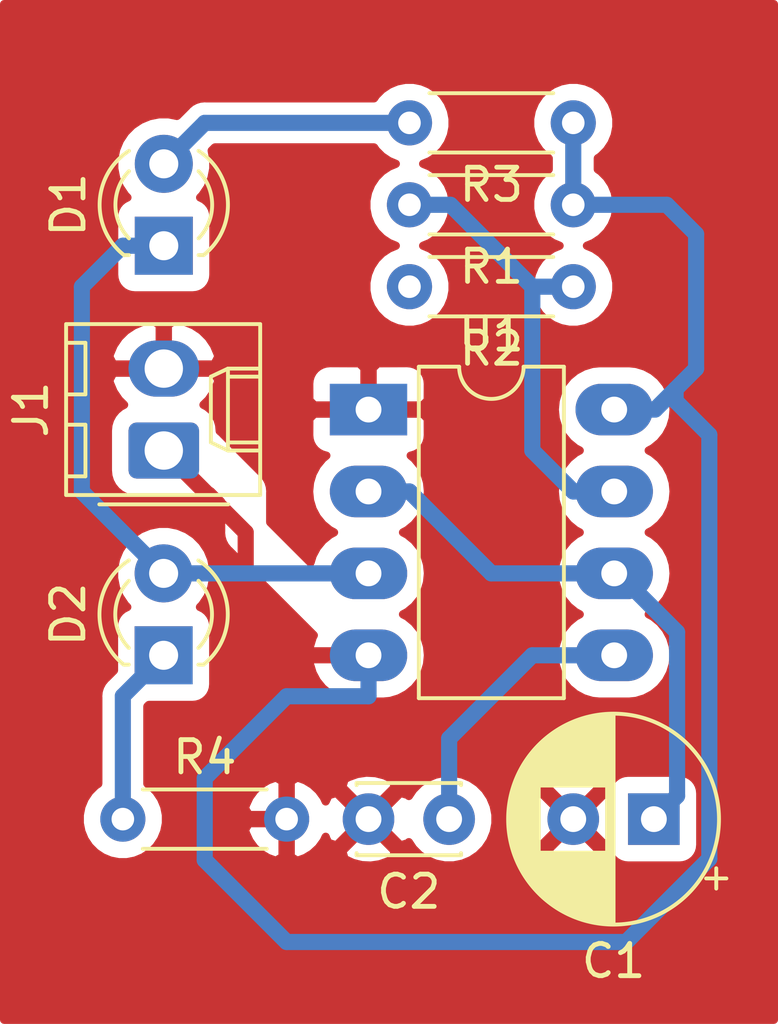
<source format=kicad_pcb>
(kicad_pcb (version 20171130) (host pcbnew "(5.1.9)-1")

  (general
    (thickness 1.6)
    (drawings 6)
    (tracks 47)
    (zones 0)
    (modules 10)
    (nets 9)
  )

  (page A4)
  (layers
    (0 F.Cu signal)
    (31 B.Cu signal)
    (32 B.Adhes user)
    (33 F.Adhes user)
    (34 B.Paste user)
    (35 F.Paste user)
    (36 B.SilkS user)
    (37 F.SilkS user)
    (38 B.Mask user)
    (39 F.Mask user)
    (40 Dwgs.User user)
    (41 Cmts.User user)
    (42 Eco1.User user)
    (43 Eco2.User user)
    (44 Edge.Cuts user)
    (45 Margin user)
    (46 B.CrtYd user)
    (47 F.CrtYd user)
    (48 B.Fab user)
    (49 F.Fab user)
  )

  (setup
    (last_trace_width 0.25)
    (trace_clearance 0.5)
    (zone_clearance 0.508)
    (zone_45_only no)
    (trace_min 0.2)
    (via_size 0.8)
    (via_drill 0.4)
    (via_min_size 0.4)
    (via_min_drill 0.3)
    (uvia_size 0.3)
    (uvia_drill 0.1)
    (uvias_allowed no)
    (uvia_min_size 0.2)
    (uvia_min_drill 0.1)
    (edge_width 0.05)
    (segment_width 0.2)
    (pcb_text_width 0.3)
    (pcb_text_size 1.5 1.5)
    (mod_edge_width 0.12)
    (mod_text_size 1 1)
    (mod_text_width 0.15)
    (pad_size 1.524 1.524)
    (pad_drill 0.762)
    (pad_to_mask_clearance 0)
    (aux_axis_origin 0 0)
    (visible_elements FFFFFF7F)
    (pcbplotparams
      (layerselection 0x010fc_ffffffff)
      (usegerberextensions false)
      (usegerberattributes true)
      (usegerberadvancedattributes true)
      (creategerberjobfile true)
      (excludeedgelayer true)
      (linewidth 0.100000)
      (plotframeref false)
      (viasonmask false)
      (mode 1)
      (useauxorigin false)
      (hpglpennumber 1)
      (hpglpenspeed 20)
      (hpglpendiameter 15.000000)
      (psnegative false)
      (psa4output false)
      (plotreference true)
      (plotvalue true)
      (plotinvisibletext false)
      (padsonsilk false)
      (subtractmaskfromsilk false)
      (outputformat 1)
      (mirror false)
      (drillshape 1)
      (scaleselection 1)
      (outputdirectory ""))
  )

  (net 0 "")
  (net 1 "Net-(C1-Pad1)")
  (net 2 GND)
  (net 3 "Net-(C2-Pad1)")
  (net 4 "Net-(D1-Pad1)")
  (net 5 "Net-(D1-Pad2)")
  (net 6 "Net-(D2-Pad1)")
  (net 7 +5V)
  (net 8 "Net-(R1-Pad2)")

  (net_class Default "This is the default net class."
    (clearance 0.5)
    (trace_width 0.25)
    (via_dia 0.8)
    (via_drill 0.4)
    (uvia_dia 0.3)
    (uvia_drill 0.1)
    (add_net +5V)
    (add_net GND)
    (add_net "Net-(C1-Pad1)")
    (add_net "Net-(C2-Pad1)")
    (add_net "Net-(D1-Pad1)")
    (add_net "Net-(D1-Pad2)")
    (add_net "Net-(D2-Pad1)")
    (add_net "Net-(R1-Pad2)")
  )

  (module Resistor_THT:R_Axial_DIN0204_L3.6mm_D1.6mm_P5.08mm_Horizontal (layer F.Cu) (tedit 5AE5139B) (tstamp 60149EE2)
    (at 139.7 80.01 180)
    (descr "Resistor, Axial_DIN0204 series, Axial, Horizontal, pin pitch=5.08mm, 0.167W, length*diameter=3.6*1.6mm^2, http://cdn-reichelt.de/documents/datenblatt/B400/1_4W%23YAG.pdf")
    (tags "Resistor Axial_DIN0204 series Axial Horizontal pin pitch 5.08mm 0.167W length 3.6mm diameter 1.6mm")
    (path /601399CB)
    (fp_text reference R3 (at 2.54 -1.92) (layer F.SilkS)
      (effects (font (size 1 1) (thickness 0.15)))
    )
    (fp_text value 330 (at 2.54 1.92) (layer F.Fab)
      (effects (font (size 1 1) (thickness 0.15)))
    )
    (fp_line (start 6.03 -1.05) (end -0.95 -1.05) (layer F.CrtYd) (width 0.05))
    (fp_line (start 6.03 1.05) (end 6.03 -1.05) (layer F.CrtYd) (width 0.05))
    (fp_line (start -0.95 1.05) (end 6.03 1.05) (layer F.CrtYd) (width 0.05))
    (fp_line (start -0.95 -1.05) (end -0.95 1.05) (layer F.CrtYd) (width 0.05))
    (fp_line (start 0.62 0.92) (end 4.46 0.92) (layer F.SilkS) (width 0.12))
    (fp_line (start 0.62 -0.92) (end 4.46 -0.92) (layer F.SilkS) (width 0.12))
    (fp_line (start 5.08 0) (end 4.34 0) (layer F.Fab) (width 0.1))
    (fp_line (start 0 0) (end 0.74 0) (layer F.Fab) (width 0.1))
    (fp_line (start 4.34 -0.8) (end 0.74 -0.8) (layer F.Fab) (width 0.1))
    (fp_line (start 4.34 0.8) (end 4.34 -0.8) (layer F.Fab) (width 0.1))
    (fp_line (start 0.74 0.8) (end 4.34 0.8) (layer F.Fab) (width 0.1))
    (fp_line (start 0.74 -0.8) (end 0.74 0.8) (layer F.Fab) (width 0.1))
    (fp_text user %R (at 2.54 0) (layer F.Fab)
      (effects (font (size 0.72 0.72) (thickness 0.108)))
    )
    (pad 1 thru_hole circle (at 0 0 180) (size 1.4 1.4) (drill 0.7) (layers *.Cu *.Mask)
      (net 7 +5V))
    (pad 2 thru_hole oval (at 5.08 0 180) (size 1.4 1.4) (drill 0.7) (layers *.Cu *.Mask)
      (net 5 "Net-(D1-Pad2)"))
    (model ${KISYS3DMOD}/Resistor_THT.3dshapes/R_Axial_DIN0204_L3.6mm_D1.6mm_P5.08mm_Horizontal.wrl
      (at (xyz 0 0 0))
      (scale (xyz 1 1 1))
      (rotate (xyz 0 0 0))
    )
  )

  (module Capacitor_THT:CP_Radial_D6.3mm_P2.50mm (layer F.Cu) (tedit 5AE50EF0) (tstamp 60149E4A)
    (at 142.2 101.6 180)
    (descr "CP, Radial series, Radial, pin pitch=2.50mm, , diameter=6.3mm, Electrolytic Capacitor")
    (tags "CP Radial series Radial pin pitch 2.50mm  diameter 6.3mm Electrolytic Capacitor")
    (path /6013C98C)
    (fp_text reference C1 (at 1.25 -4.4) (layer F.SilkS)
      (effects (font (size 1 1) (thickness 0.15)))
    )
    (fp_text value 1uF (at 1.25 4.4) (layer F.Fab)
      (effects (font (size 1 1) (thickness 0.15)))
    )
    (fp_line (start -1.935241 -2.154) (end -1.935241 -1.524) (layer F.SilkS) (width 0.12))
    (fp_line (start -2.250241 -1.839) (end -1.620241 -1.839) (layer F.SilkS) (width 0.12))
    (fp_line (start 4.491 -0.402) (end 4.491 0.402) (layer F.SilkS) (width 0.12))
    (fp_line (start 4.451 -0.633) (end 4.451 0.633) (layer F.SilkS) (width 0.12))
    (fp_line (start 4.411 -0.802) (end 4.411 0.802) (layer F.SilkS) (width 0.12))
    (fp_line (start 4.371 -0.94) (end 4.371 0.94) (layer F.SilkS) (width 0.12))
    (fp_line (start 4.331 -1.059) (end 4.331 1.059) (layer F.SilkS) (width 0.12))
    (fp_line (start 4.291 -1.165) (end 4.291 1.165) (layer F.SilkS) (width 0.12))
    (fp_line (start 4.251 -1.262) (end 4.251 1.262) (layer F.SilkS) (width 0.12))
    (fp_line (start 4.211 -1.35) (end 4.211 1.35) (layer F.SilkS) (width 0.12))
    (fp_line (start 4.171 -1.432) (end 4.171 1.432) (layer F.SilkS) (width 0.12))
    (fp_line (start 4.131 -1.509) (end 4.131 1.509) (layer F.SilkS) (width 0.12))
    (fp_line (start 4.091 -1.581) (end 4.091 1.581) (layer F.SilkS) (width 0.12))
    (fp_line (start 4.051 -1.65) (end 4.051 1.65) (layer F.SilkS) (width 0.12))
    (fp_line (start 4.011 -1.714) (end 4.011 1.714) (layer F.SilkS) (width 0.12))
    (fp_line (start 3.971 -1.776) (end 3.971 1.776) (layer F.SilkS) (width 0.12))
    (fp_line (start 3.931 -1.834) (end 3.931 1.834) (layer F.SilkS) (width 0.12))
    (fp_line (start 3.891 -1.89) (end 3.891 1.89) (layer F.SilkS) (width 0.12))
    (fp_line (start 3.851 -1.944) (end 3.851 1.944) (layer F.SilkS) (width 0.12))
    (fp_line (start 3.811 -1.995) (end 3.811 1.995) (layer F.SilkS) (width 0.12))
    (fp_line (start 3.771 -2.044) (end 3.771 2.044) (layer F.SilkS) (width 0.12))
    (fp_line (start 3.731 -2.092) (end 3.731 2.092) (layer F.SilkS) (width 0.12))
    (fp_line (start 3.691 -2.137) (end 3.691 2.137) (layer F.SilkS) (width 0.12))
    (fp_line (start 3.651 -2.182) (end 3.651 2.182) (layer F.SilkS) (width 0.12))
    (fp_line (start 3.611 -2.224) (end 3.611 2.224) (layer F.SilkS) (width 0.12))
    (fp_line (start 3.571 -2.265) (end 3.571 2.265) (layer F.SilkS) (width 0.12))
    (fp_line (start 3.531 1.04) (end 3.531 2.305) (layer F.SilkS) (width 0.12))
    (fp_line (start 3.531 -2.305) (end 3.531 -1.04) (layer F.SilkS) (width 0.12))
    (fp_line (start 3.491 1.04) (end 3.491 2.343) (layer F.SilkS) (width 0.12))
    (fp_line (start 3.491 -2.343) (end 3.491 -1.04) (layer F.SilkS) (width 0.12))
    (fp_line (start 3.451 1.04) (end 3.451 2.38) (layer F.SilkS) (width 0.12))
    (fp_line (start 3.451 -2.38) (end 3.451 -1.04) (layer F.SilkS) (width 0.12))
    (fp_line (start 3.411 1.04) (end 3.411 2.416) (layer F.SilkS) (width 0.12))
    (fp_line (start 3.411 -2.416) (end 3.411 -1.04) (layer F.SilkS) (width 0.12))
    (fp_line (start 3.371 1.04) (end 3.371 2.45) (layer F.SilkS) (width 0.12))
    (fp_line (start 3.371 -2.45) (end 3.371 -1.04) (layer F.SilkS) (width 0.12))
    (fp_line (start 3.331 1.04) (end 3.331 2.484) (layer F.SilkS) (width 0.12))
    (fp_line (start 3.331 -2.484) (end 3.331 -1.04) (layer F.SilkS) (width 0.12))
    (fp_line (start 3.291 1.04) (end 3.291 2.516) (layer F.SilkS) (width 0.12))
    (fp_line (start 3.291 -2.516) (end 3.291 -1.04) (layer F.SilkS) (width 0.12))
    (fp_line (start 3.251 1.04) (end 3.251 2.548) (layer F.SilkS) (width 0.12))
    (fp_line (start 3.251 -2.548) (end 3.251 -1.04) (layer F.SilkS) (width 0.12))
    (fp_line (start 3.211 1.04) (end 3.211 2.578) (layer F.SilkS) (width 0.12))
    (fp_line (start 3.211 -2.578) (end 3.211 -1.04) (layer F.SilkS) (width 0.12))
    (fp_line (start 3.171 1.04) (end 3.171 2.607) (layer F.SilkS) (width 0.12))
    (fp_line (start 3.171 -2.607) (end 3.171 -1.04) (layer F.SilkS) (width 0.12))
    (fp_line (start 3.131 1.04) (end 3.131 2.636) (layer F.SilkS) (width 0.12))
    (fp_line (start 3.131 -2.636) (end 3.131 -1.04) (layer F.SilkS) (width 0.12))
    (fp_line (start 3.091 1.04) (end 3.091 2.664) (layer F.SilkS) (width 0.12))
    (fp_line (start 3.091 -2.664) (end 3.091 -1.04) (layer F.SilkS) (width 0.12))
    (fp_line (start 3.051 1.04) (end 3.051 2.69) (layer F.SilkS) (width 0.12))
    (fp_line (start 3.051 -2.69) (end 3.051 -1.04) (layer F.SilkS) (width 0.12))
    (fp_line (start 3.011 1.04) (end 3.011 2.716) (layer F.SilkS) (width 0.12))
    (fp_line (start 3.011 -2.716) (end 3.011 -1.04) (layer F.SilkS) (width 0.12))
    (fp_line (start 2.971 1.04) (end 2.971 2.742) (layer F.SilkS) (width 0.12))
    (fp_line (start 2.971 -2.742) (end 2.971 -1.04) (layer F.SilkS) (width 0.12))
    (fp_line (start 2.931 1.04) (end 2.931 2.766) (layer F.SilkS) (width 0.12))
    (fp_line (start 2.931 -2.766) (end 2.931 -1.04) (layer F.SilkS) (width 0.12))
    (fp_line (start 2.891 1.04) (end 2.891 2.79) (layer F.SilkS) (width 0.12))
    (fp_line (start 2.891 -2.79) (end 2.891 -1.04) (layer F.SilkS) (width 0.12))
    (fp_line (start 2.851 1.04) (end 2.851 2.812) (layer F.SilkS) (width 0.12))
    (fp_line (start 2.851 -2.812) (end 2.851 -1.04) (layer F.SilkS) (width 0.12))
    (fp_line (start 2.811 1.04) (end 2.811 2.834) (layer F.SilkS) (width 0.12))
    (fp_line (start 2.811 -2.834) (end 2.811 -1.04) (layer F.SilkS) (width 0.12))
    (fp_line (start 2.771 1.04) (end 2.771 2.856) (layer F.SilkS) (width 0.12))
    (fp_line (start 2.771 -2.856) (end 2.771 -1.04) (layer F.SilkS) (width 0.12))
    (fp_line (start 2.731 1.04) (end 2.731 2.876) (layer F.SilkS) (width 0.12))
    (fp_line (start 2.731 -2.876) (end 2.731 -1.04) (layer F.SilkS) (width 0.12))
    (fp_line (start 2.691 1.04) (end 2.691 2.896) (layer F.SilkS) (width 0.12))
    (fp_line (start 2.691 -2.896) (end 2.691 -1.04) (layer F.SilkS) (width 0.12))
    (fp_line (start 2.651 1.04) (end 2.651 2.916) (layer F.SilkS) (width 0.12))
    (fp_line (start 2.651 -2.916) (end 2.651 -1.04) (layer F.SilkS) (width 0.12))
    (fp_line (start 2.611 1.04) (end 2.611 2.934) (layer F.SilkS) (width 0.12))
    (fp_line (start 2.611 -2.934) (end 2.611 -1.04) (layer F.SilkS) (width 0.12))
    (fp_line (start 2.571 1.04) (end 2.571 2.952) (layer F.SilkS) (width 0.12))
    (fp_line (start 2.571 -2.952) (end 2.571 -1.04) (layer F.SilkS) (width 0.12))
    (fp_line (start 2.531 1.04) (end 2.531 2.97) (layer F.SilkS) (width 0.12))
    (fp_line (start 2.531 -2.97) (end 2.531 -1.04) (layer F.SilkS) (width 0.12))
    (fp_line (start 2.491 1.04) (end 2.491 2.986) (layer F.SilkS) (width 0.12))
    (fp_line (start 2.491 -2.986) (end 2.491 -1.04) (layer F.SilkS) (width 0.12))
    (fp_line (start 2.451 1.04) (end 2.451 3.002) (layer F.SilkS) (width 0.12))
    (fp_line (start 2.451 -3.002) (end 2.451 -1.04) (layer F.SilkS) (width 0.12))
    (fp_line (start 2.411 1.04) (end 2.411 3.018) (layer F.SilkS) (width 0.12))
    (fp_line (start 2.411 -3.018) (end 2.411 -1.04) (layer F.SilkS) (width 0.12))
    (fp_line (start 2.371 1.04) (end 2.371 3.033) (layer F.SilkS) (width 0.12))
    (fp_line (start 2.371 -3.033) (end 2.371 -1.04) (layer F.SilkS) (width 0.12))
    (fp_line (start 2.331 1.04) (end 2.331 3.047) (layer F.SilkS) (width 0.12))
    (fp_line (start 2.331 -3.047) (end 2.331 -1.04) (layer F.SilkS) (width 0.12))
    (fp_line (start 2.291 1.04) (end 2.291 3.061) (layer F.SilkS) (width 0.12))
    (fp_line (start 2.291 -3.061) (end 2.291 -1.04) (layer F.SilkS) (width 0.12))
    (fp_line (start 2.251 1.04) (end 2.251 3.074) (layer F.SilkS) (width 0.12))
    (fp_line (start 2.251 -3.074) (end 2.251 -1.04) (layer F.SilkS) (width 0.12))
    (fp_line (start 2.211 1.04) (end 2.211 3.086) (layer F.SilkS) (width 0.12))
    (fp_line (start 2.211 -3.086) (end 2.211 -1.04) (layer F.SilkS) (width 0.12))
    (fp_line (start 2.171 1.04) (end 2.171 3.098) (layer F.SilkS) (width 0.12))
    (fp_line (start 2.171 -3.098) (end 2.171 -1.04) (layer F.SilkS) (width 0.12))
    (fp_line (start 2.131 1.04) (end 2.131 3.11) (layer F.SilkS) (width 0.12))
    (fp_line (start 2.131 -3.11) (end 2.131 -1.04) (layer F.SilkS) (width 0.12))
    (fp_line (start 2.091 1.04) (end 2.091 3.121) (layer F.SilkS) (width 0.12))
    (fp_line (start 2.091 -3.121) (end 2.091 -1.04) (layer F.SilkS) (width 0.12))
    (fp_line (start 2.051 1.04) (end 2.051 3.131) (layer F.SilkS) (width 0.12))
    (fp_line (start 2.051 -3.131) (end 2.051 -1.04) (layer F.SilkS) (width 0.12))
    (fp_line (start 2.011 1.04) (end 2.011 3.141) (layer F.SilkS) (width 0.12))
    (fp_line (start 2.011 -3.141) (end 2.011 -1.04) (layer F.SilkS) (width 0.12))
    (fp_line (start 1.971 1.04) (end 1.971 3.15) (layer F.SilkS) (width 0.12))
    (fp_line (start 1.971 -3.15) (end 1.971 -1.04) (layer F.SilkS) (width 0.12))
    (fp_line (start 1.93 1.04) (end 1.93 3.159) (layer F.SilkS) (width 0.12))
    (fp_line (start 1.93 -3.159) (end 1.93 -1.04) (layer F.SilkS) (width 0.12))
    (fp_line (start 1.89 1.04) (end 1.89 3.167) (layer F.SilkS) (width 0.12))
    (fp_line (start 1.89 -3.167) (end 1.89 -1.04) (layer F.SilkS) (width 0.12))
    (fp_line (start 1.85 1.04) (end 1.85 3.175) (layer F.SilkS) (width 0.12))
    (fp_line (start 1.85 -3.175) (end 1.85 -1.04) (layer F.SilkS) (width 0.12))
    (fp_line (start 1.81 1.04) (end 1.81 3.182) (layer F.SilkS) (width 0.12))
    (fp_line (start 1.81 -3.182) (end 1.81 -1.04) (layer F.SilkS) (width 0.12))
    (fp_line (start 1.77 1.04) (end 1.77 3.189) (layer F.SilkS) (width 0.12))
    (fp_line (start 1.77 -3.189) (end 1.77 -1.04) (layer F.SilkS) (width 0.12))
    (fp_line (start 1.73 1.04) (end 1.73 3.195) (layer F.SilkS) (width 0.12))
    (fp_line (start 1.73 -3.195) (end 1.73 -1.04) (layer F.SilkS) (width 0.12))
    (fp_line (start 1.69 1.04) (end 1.69 3.201) (layer F.SilkS) (width 0.12))
    (fp_line (start 1.69 -3.201) (end 1.69 -1.04) (layer F.SilkS) (width 0.12))
    (fp_line (start 1.65 1.04) (end 1.65 3.206) (layer F.SilkS) (width 0.12))
    (fp_line (start 1.65 -3.206) (end 1.65 -1.04) (layer F.SilkS) (width 0.12))
    (fp_line (start 1.61 1.04) (end 1.61 3.211) (layer F.SilkS) (width 0.12))
    (fp_line (start 1.61 -3.211) (end 1.61 -1.04) (layer F.SilkS) (width 0.12))
    (fp_line (start 1.57 1.04) (end 1.57 3.215) (layer F.SilkS) (width 0.12))
    (fp_line (start 1.57 -3.215) (end 1.57 -1.04) (layer F.SilkS) (width 0.12))
    (fp_line (start 1.53 1.04) (end 1.53 3.218) (layer F.SilkS) (width 0.12))
    (fp_line (start 1.53 -3.218) (end 1.53 -1.04) (layer F.SilkS) (width 0.12))
    (fp_line (start 1.49 1.04) (end 1.49 3.222) (layer F.SilkS) (width 0.12))
    (fp_line (start 1.49 -3.222) (end 1.49 -1.04) (layer F.SilkS) (width 0.12))
    (fp_line (start 1.45 -3.224) (end 1.45 3.224) (layer F.SilkS) (width 0.12))
    (fp_line (start 1.41 -3.227) (end 1.41 3.227) (layer F.SilkS) (width 0.12))
    (fp_line (start 1.37 -3.228) (end 1.37 3.228) (layer F.SilkS) (width 0.12))
    (fp_line (start 1.33 -3.23) (end 1.33 3.23) (layer F.SilkS) (width 0.12))
    (fp_line (start 1.29 -3.23) (end 1.29 3.23) (layer F.SilkS) (width 0.12))
    (fp_line (start 1.25 -3.23) (end 1.25 3.23) (layer F.SilkS) (width 0.12))
    (fp_line (start -1.128972 -1.6885) (end -1.128972 -1.0585) (layer F.Fab) (width 0.1))
    (fp_line (start -1.443972 -1.3735) (end -0.813972 -1.3735) (layer F.Fab) (width 0.1))
    (fp_circle (center 1.25 0) (end 4.65 0) (layer F.CrtYd) (width 0.05))
    (fp_circle (center 1.25 0) (end 4.52 0) (layer F.SilkS) (width 0.12))
    (fp_circle (center 1.25 0) (end 4.4 0) (layer F.Fab) (width 0.1))
    (fp_text user %R (at 1.25 0) (layer F.Fab)
      (effects (font (size 1 1) (thickness 0.15)))
    )
    (pad 1 thru_hole rect (at 0 0 180) (size 1.6 1.6) (drill 0.8) (layers *.Cu *.Mask)
      (net 1 "Net-(C1-Pad1)"))
    (pad 2 thru_hole circle (at 2.5 0 180) (size 1.6 1.6) (drill 0.8) (layers *.Cu *.Mask)
      (net 2 GND))
    (model ${KISYS3DMOD}/Capacitor_THT.3dshapes/CP_Radial_D6.3mm_P2.50mm.wrl
      (at (xyz 0 0 0))
      (scale (xyz 1 1 1))
      (rotate (xyz 0 0 0))
    )
  )

  (module Capacitor_THT:C_Disc_D3.0mm_W2.0mm_P2.50mm (layer F.Cu) (tedit 5AE50EF0) (tstamp 60149E5F)
    (at 135.85 101.6 180)
    (descr "C, Disc series, Radial, pin pitch=2.50mm, , diameter*width=3*2mm^2, Capacitor")
    (tags "C Disc series Radial pin pitch 2.50mm  diameter 3mm width 2mm Capacitor")
    (path /60159028)
    (fp_text reference C2 (at 1.25 -2.25) (layer F.SilkS)
      (effects (font (size 1 1) (thickness 0.15)))
    )
    (fp_text value 0.1uF (at 1.25 2.25) (layer F.Fab)
      (effects (font (size 1 1) (thickness 0.15)))
    )
    (fp_line (start 3.55 -1.25) (end -1.05 -1.25) (layer F.CrtYd) (width 0.05))
    (fp_line (start 3.55 1.25) (end 3.55 -1.25) (layer F.CrtYd) (width 0.05))
    (fp_line (start -1.05 1.25) (end 3.55 1.25) (layer F.CrtYd) (width 0.05))
    (fp_line (start -1.05 -1.25) (end -1.05 1.25) (layer F.CrtYd) (width 0.05))
    (fp_line (start 2.87 1.055) (end 2.87 1.12) (layer F.SilkS) (width 0.12))
    (fp_line (start 2.87 -1.12) (end 2.87 -1.055) (layer F.SilkS) (width 0.12))
    (fp_line (start -0.37 1.055) (end -0.37 1.12) (layer F.SilkS) (width 0.12))
    (fp_line (start -0.37 -1.12) (end -0.37 -1.055) (layer F.SilkS) (width 0.12))
    (fp_line (start -0.37 1.12) (end 2.87 1.12) (layer F.SilkS) (width 0.12))
    (fp_line (start -0.37 -1.12) (end 2.87 -1.12) (layer F.SilkS) (width 0.12))
    (fp_line (start 2.75 -1) (end -0.25 -1) (layer F.Fab) (width 0.1))
    (fp_line (start 2.75 1) (end 2.75 -1) (layer F.Fab) (width 0.1))
    (fp_line (start -0.25 1) (end 2.75 1) (layer F.Fab) (width 0.1))
    (fp_line (start -0.25 -1) (end -0.25 1) (layer F.Fab) (width 0.1))
    (fp_text user %R (at 1.25 0) (layer F.Fab)
      (effects (font (size 0.6 0.6) (thickness 0.09)))
    )
    (pad 1 thru_hole circle (at 0 0 180) (size 1.6 1.6) (drill 0.8) (layers *.Cu *.Mask)
      (net 3 "Net-(C2-Pad1)"))
    (pad 2 thru_hole circle (at 2.5 0 180) (size 1.6 1.6) (drill 0.8) (layers *.Cu *.Mask)
      (net 2 GND))
    (model ${KISYS3DMOD}/Capacitor_THT.3dshapes/C_Disc_D3.0mm_W2.0mm_P2.50mm.wrl
      (at (xyz 0 0 0))
      (scale (xyz 1 1 1))
      (rotate (xyz 0 0 0))
    )
  )

  (module LED_THT:LED_D3.0mm (layer F.Cu) (tedit 587A3A7B) (tstamp 60149E72)
    (at 127 83.82 90)
    (descr "LED, diameter 3.0mm, 2 pins")
    (tags "LED diameter 3.0mm 2 pins")
    (path /6013A480)
    (fp_text reference D1 (at 1.27 -2.96 90) (layer F.SilkS)
      (effects (font (size 1 1) (thickness 0.15)))
    )
    (fp_text value LED (at 1.27 2.96 90) (layer F.Fab)
      (effects (font (size 1 1) (thickness 0.15)))
    )
    (fp_line (start 3.7 -2.25) (end -1.15 -2.25) (layer F.CrtYd) (width 0.05))
    (fp_line (start 3.7 2.25) (end 3.7 -2.25) (layer F.CrtYd) (width 0.05))
    (fp_line (start -1.15 2.25) (end 3.7 2.25) (layer F.CrtYd) (width 0.05))
    (fp_line (start -1.15 -2.25) (end -1.15 2.25) (layer F.CrtYd) (width 0.05))
    (fp_line (start -0.29 1.08) (end -0.29 1.236) (layer F.SilkS) (width 0.12))
    (fp_line (start -0.29 -1.236) (end -0.29 -1.08) (layer F.SilkS) (width 0.12))
    (fp_line (start -0.23 -1.16619) (end -0.23 1.16619) (layer F.Fab) (width 0.1))
    (fp_circle (center 1.27 0) (end 2.77 0) (layer F.Fab) (width 0.1))
    (fp_arc (start 1.27 0) (end -0.23 -1.16619) (angle 284.3) (layer F.Fab) (width 0.1))
    (fp_arc (start 1.27 0) (end -0.29 -1.235516) (angle 108.8) (layer F.SilkS) (width 0.12))
    (fp_arc (start 1.27 0) (end -0.29 1.235516) (angle -108.8) (layer F.SilkS) (width 0.12))
    (fp_arc (start 1.27 0) (end 0.229039 -1.08) (angle 87.9) (layer F.SilkS) (width 0.12))
    (fp_arc (start 1.27 0) (end 0.229039 1.08) (angle -87.9) (layer F.SilkS) (width 0.12))
    (pad 1 thru_hole rect (at 0 0 90) (size 1.8 1.8) (drill 0.9) (layers *.Cu *.Mask)
      (net 4 "Net-(D1-Pad1)"))
    (pad 2 thru_hole circle (at 2.54 0 90) (size 1.8 1.8) (drill 0.9) (layers *.Cu *.Mask)
      (net 5 "Net-(D1-Pad2)"))
    (model ${KISYS3DMOD}/LED_THT.3dshapes/LED_D3.0mm.wrl
      (at (xyz 0 0 0))
      (scale (xyz 1 1 1))
      (rotate (xyz 0 0 0))
    )
  )

  (module LED_THT:LED_D3.0mm (layer F.Cu) (tedit 587A3A7B) (tstamp 60149E85)
    (at 126.995001 96.52 90)
    (descr "LED, diameter 3.0mm, 2 pins")
    (tags "LED diameter 3.0mm 2 pins")
    (path /60143293)
    (fp_text reference D2 (at 1.27 -2.96 90) (layer F.SilkS)
      (effects (font (size 1 1) (thickness 0.15)))
    )
    (fp_text value LED (at 1.27 2.96 90) (layer F.Fab)
      (effects (font (size 1 1) (thickness 0.15)))
    )
    (fp_arc (start 1.27 0) (end 0.229039 1.08) (angle -87.9) (layer F.SilkS) (width 0.12))
    (fp_arc (start 1.27 0) (end 0.229039 -1.08) (angle 87.9) (layer F.SilkS) (width 0.12))
    (fp_arc (start 1.27 0) (end -0.29 1.235516) (angle -108.8) (layer F.SilkS) (width 0.12))
    (fp_arc (start 1.27 0) (end -0.29 -1.235516) (angle 108.8) (layer F.SilkS) (width 0.12))
    (fp_arc (start 1.27 0) (end -0.23 -1.16619) (angle 284.3) (layer F.Fab) (width 0.1))
    (fp_circle (center 1.27 0) (end 2.77 0) (layer F.Fab) (width 0.1))
    (fp_line (start -0.23 -1.16619) (end -0.23 1.16619) (layer F.Fab) (width 0.1))
    (fp_line (start -0.29 -1.236) (end -0.29 -1.08) (layer F.SilkS) (width 0.12))
    (fp_line (start -0.29 1.08) (end -0.29 1.236) (layer F.SilkS) (width 0.12))
    (fp_line (start -1.15 -2.25) (end -1.15 2.25) (layer F.CrtYd) (width 0.05))
    (fp_line (start -1.15 2.25) (end 3.7 2.25) (layer F.CrtYd) (width 0.05))
    (fp_line (start 3.7 2.25) (end 3.7 -2.25) (layer F.CrtYd) (width 0.05))
    (fp_line (start 3.7 -2.25) (end -1.15 -2.25) (layer F.CrtYd) (width 0.05))
    (pad 2 thru_hole circle (at 2.54 0 90) (size 1.8 1.8) (drill 0.9) (layers *.Cu *.Mask)
      (net 4 "Net-(D1-Pad1)"))
    (pad 1 thru_hole rect (at 0 0 90) (size 1.8 1.8) (drill 0.9) (layers *.Cu *.Mask)
      (net 6 "Net-(D2-Pad1)"))
    (model ${KISYS3DMOD}/LED_THT.3dshapes/LED_D3.0mm.wrl
      (at (xyz 0 0 0))
      (scale (xyz 1 1 1))
      (rotate (xyz 0 0 0))
    )
  )

  (module Connector_Molex:Molex_KK-254_AE-6410-02A_1x02_P2.54mm_Vertical (layer F.Cu) (tedit 5EA53D3B) (tstamp 60149EA9)
    (at 127 90.17 90)
    (descr "Molex KK-254 Interconnect System, old/engineering part number: AE-6410-02A example for new part number: 22-27-2021, 2 Pins (http://www.molex.com/pdm_docs/sd/022272021_sd.pdf), generated with kicad-footprint-generator")
    (tags "connector Molex KK-254 vertical")
    (path /6014DE49)
    (fp_text reference J1 (at 1.27 -4.12 90) (layer F.SilkS)
      (effects (font (size 1 1) (thickness 0.15)))
    )
    (fp_text value POWER (at 1.27 4.08 90) (layer F.Fab)
      (effects (font (size 1 1) (thickness 0.15)))
    )
    (fp_line (start 4.31 -3.42) (end -1.77 -3.42) (layer F.CrtYd) (width 0.05))
    (fp_line (start 4.31 3.38) (end 4.31 -3.42) (layer F.CrtYd) (width 0.05))
    (fp_line (start -1.77 3.38) (end 4.31 3.38) (layer F.CrtYd) (width 0.05))
    (fp_line (start -1.77 -3.42) (end -1.77 3.38) (layer F.CrtYd) (width 0.05))
    (fp_line (start 3.34 -2.43) (end 3.34 -3.03) (layer F.SilkS) (width 0.12))
    (fp_line (start 1.74 -2.43) (end 3.34 -2.43) (layer F.SilkS) (width 0.12))
    (fp_line (start 1.74 -3.03) (end 1.74 -2.43) (layer F.SilkS) (width 0.12))
    (fp_line (start 0.8 -2.43) (end 0.8 -3.03) (layer F.SilkS) (width 0.12))
    (fp_line (start -0.8 -2.43) (end 0.8 -2.43) (layer F.SilkS) (width 0.12))
    (fp_line (start -0.8 -3.03) (end -0.8 -2.43) (layer F.SilkS) (width 0.12))
    (fp_line (start 2.29 2.99) (end 2.29 1.99) (layer F.SilkS) (width 0.12))
    (fp_line (start 0.25 2.99) (end 0.25 1.99) (layer F.SilkS) (width 0.12))
    (fp_line (start 2.29 1.46) (end 2.54 1.99) (layer F.SilkS) (width 0.12))
    (fp_line (start 0.25 1.46) (end 2.29 1.46) (layer F.SilkS) (width 0.12))
    (fp_line (start 0 1.99) (end 0.25 1.46) (layer F.SilkS) (width 0.12))
    (fp_line (start 2.54 1.99) (end 2.54 2.99) (layer F.SilkS) (width 0.12))
    (fp_line (start 0 1.99) (end 2.54 1.99) (layer F.SilkS) (width 0.12))
    (fp_line (start 0 2.99) (end 0 1.99) (layer F.SilkS) (width 0.12))
    (fp_line (start -0.562893 0) (end -1.27 0.5) (layer F.Fab) (width 0.1))
    (fp_line (start -1.27 -0.5) (end -0.562893 0) (layer F.Fab) (width 0.1))
    (fp_line (start -1.67 -2) (end -1.67 2) (layer F.SilkS) (width 0.12))
    (fp_line (start 3.92 -3.03) (end -1.38 -3.03) (layer F.SilkS) (width 0.12))
    (fp_line (start 3.92 2.99) (end 3.92 -3.03) (layer F.SilkS) (width 0.12))
    (fp_line (start -1.38 2.99) (end 3.92 2.99) (layer F.SilkS) (width 0.12))
    (fp_line (start -1.38 -3.03) (end -1.38 2.99) (layer F.SilkS) (width 0.12))
    (fp_line (start 3.81 -2.92) (end -1.27 -2.92) (layer F.Fab) (width 0.1))
    (fp_line (start 3.81 2.88) (end 3.81 -2.92) (layer F.Fab) (width 0.1))
    (fp_line (start -1.27 2.88) (end 3.81 2.88) (layer F.Fab) (width 0.1))
    (fp_line (start -1.27 -2.92) (end -1.27 2.88) (layer F.Fab) (width 0.1))
    (fp_text user %R (at 1.27 -2.22 90) (layer F.Fab)
      (effects (font (size 1 1) (thickness 0.15)))
    )
    (pad 1 thru_hole roundrect (at 0 0 90) (size 1.74 2.19) (drill 1.19) (layers *.Cu *.Mask) (roundrect_rratio 0.143678)
      (net 7 +5V))
    (pad 2 thru_hole oval (at 2.54 0 90) (size 1.74 2.19) (drill 1.19) (layers *.Cu *.Mask)
      (net 2 GND))
    (model ${KISYS3DMOD}/Connector_Molex.3dshapes/Molex_KK-254_AE-6410-02A_1x02_P2.54mm_Vertical.wrl
      (at (xyz 0 0 0))
      (scale (xyz 1 1 1))
      (rotate (xyz 0 0 0))
    )
  )

  (module Resistor_THT:R_Axial_DIN0204_L3.6mm_D1.6mm_P5.08mm_Horizontal (layer F.Cu) (tedit 5AE5139B) (tstamp 60149EBC)
    (at 139.7 82.55 180)
    (descr "Resistor, Axial_DIN0204 series, Axial, Horizontal, pin pitch=5.08mm, 0.167W, length*diameter=3.6*1.6mm^2, http://cdn-reichelt.de/documents/datenblatt/B400/1_4W%23YAG.pdf")
    (tags "Resistor Axial_DIN0204 series Axial Horizontal pin pitch 5.08mm 0.167W length 3.6mm diameter 1.6mm")
    (path /6014545E)
    (fp_text reference R1 (at 2.54 -1.92) (layer F.SilkS)
      (effects (font (size 1 1) (thickness 0.15)))
    )
    (fp_text value 100K (at 2.54 1.92) (layer F.Fab)
      (effects (font (size 1 1) (thickness 0.15)))
    )
    (fp_text user %R (at 2.54 0) (layer F.Fab)
      (effects (font (size 0.72 0.72) (thickness 0.108)))
    )
    (fp_line (start 0.74 -0.8) (end 0.74 0.8) (layer F.Fab) (width 0.1))
    (fp_line (start 0.74 0.8) (end 4.34 0.8) (layer F.Fab) (width 0.1))
    (fp_line (start 4.34 0.8) (end 4.34 -0.8) (layer F.Fab) (width 0.1))
    (fp_line (start 4.34 -0.8) (end 0.74 -0.8) (layer F.Fab) (width 0.1))
    (fp_line (start 0 0) (end 0.74 0) (layer F.Fab) (width 0.1))
    (fp_line (start 5.08 0) (end 4.34 0) (layer F.Fab) (width 0.1))
    (fp_line (start 0.62 -0.92) (end 4.46 -0.92) (layer F.SilkS) (width 0.12))
    (fp_line (start 0.62 0.92) (end 4.46 0.92) (layer F.SilkS) (width 0.12))
    (fp_line (start -0.95 -1.05) (end -0.95 1.05) (layer F.CrtYd) (width 0.05))
    (fp_line (start -0.95 1.05) (end 6.03 1.05) (layer F.CrtYd) (width 0.05))
    (fp_line (start 6.03 1.05) (end 6.03 -1.05) (layer F.CrtYd) (width 0.05))
    (fp_line (start 6.03 -1.05) (end -0.95 -1.05) (layer F.CrtYd) (width 0.05))
    (pad 2 thru_hole oval (at 5.08 0 180) (size 1.4 1.4) (drill 0.7) (layers *.Cu *.Mask)
      (net 8 "Net-(R1-Pad2)"))
    (pad 1 thru_hole circle (at 0 0 180) (size 1.4 1.4) (drill 0.7) (layers *.Cu *.Mask)
      (net 7 +5V))
    (model ${KISYS3DMOD}/Resistor_THT.3dshapes/R_Axial_DIN0204_L3.6mm_D1.6mm_P5.08mm_Horizontal.wrl
      (at (xyz 0 0 0))
      (scale (xyz 1 1 1))
      (rotate (xyz 0 0 0))
    )
  )

  (module Resistor_THT:R_Axial_DIN0204_L3.6mm_D1.6mm_P5.08mm_Horizontal (layer F.Cu) (tedit 5AE5139B) (tstamp 60149ECF)
    (at 139.7 85.09 180)
    (descr "Resistor, Axial_DIN0204 series, Axial, Horizontal, pin pitch=5.08mm, 0.167W, length*diameter=3.6*1.6mm^2, http://cdn-reichelt.de/documents/datenblatt/B400/1_4W%23YAG.pdf")
    (tags "Resistor Axial_DIN0204 series Axial Horizontal pin pitch 5.08mm 0.167W length 3.6mm diameter 1.6mm")
    (path /601455E5)
    (fp_text reference R2 (at 2.54 -1.92) (layer F.SilkS)
      (effects (font (size 1 1) (thickness 0.15)))
    )
    (fp_text value 50K (at 2.54 1.92) (layer F.Fab)
      (effects (font (size 1 1) (thickness 0.15)))
    )
    (fp_text user %R (at 2.54 0) (layer F.Fab)
      (effects (font (size 0.72 0.72) (thickness 0.108)))
    )
    (fp_line (start 0.74 -0.8) (end 0.74 0.8) (layer F.Fab) (width 0.1))
    (fp_line (start 0.74 0.8) (end 4.34 0.8) (layer F.Fab) (width 0.1))
    (fp_line (start 4.34 0.8) (end 4.34 -0.8) (layer F.Fab) (width 0.1))
    (fp_line (start 4.34 -0.8) (end 0.74 -0.8) (layer F.Fab) (width 0.1))
    (fp_line (start 0 0) (end 0.74 0) (layer F.Fab) (width 0.1))
    (fp_line (start 5.08 0) (end 4.34 0) (layer F.Fab) (width 0.1))
    (fp_line (start 0.62 -0.92) (end 4.46 -0.92) (layer F.SilkS) (width 0.12))
    (fp_line (start 0.62 0.92) (end 4.46 0.92) (layer F.SilkS) (width 0.12))
    (fp_line (start -0.95 -1.05) (end -0.95 1.05) (layer F.CrtYd) (width 0.05))
    (fp_line (start -0.95 1.05) (end 6.03 1.05) (layer F.CrtYd) (width 0.05))
    (fp_line (start 6.03 1.05) (end 6.03 -1.05) (layer F.CrtYd) (width 0.05))
    (fp_line (start 6.03 -1.05) (end -0.95 -1.05) (layer F.CrtYd) (width 0.05))
    (pad 2 thru_hole oval (at 5.08 0 180) (size 1.4 1.4) (drill 0.7) (layers *.Cu *.Mask)
      (net 1 "Net-(C1-Pad1)"))
    (pad 1 thru_hole circle (at 0 0 180) (size 1.4 1.4) (drill 0.7) (layers *.Cu *.Mask)
      (net 8 "Net-(R1-Pad2)"))
    (model ${KISYS3DMOD}/Resistor_THT.3dshapes/R_Axial_DIN0204_L3.6mm_D1.6mm_P5.08mm_Horizontal.wrl
      (at (xyz 0 0 0))
      (scale (xyz 1 1 1))
      (rotate (xyz 0 0 0))
    )
  )

  (module Resistor_THT:R_Axial_DIN0204_L3.6mm_D1.6mm_P5.08mm_Horizontal (layer F.Cu) (tedit 5AE5139B) (tstamp 60149EF5)
    (at 125.73 101.6)
    (descr "Resistor, Axial_DIN0204 series, Axial, Horizontal, pin pitch=5.08mm, 0.167W, length*diameter=3.6*1.6mm^2, http://cdn-reichelt.de/documents/datenblatt/B400/1_4W%23YAG.pdf")
    (tags "Resistor Axial_DIN0204 series Axial Horizontal pin pitch 5.08mm 0.167W length 3.6mm diameter 1.6mm")
    (path /6014238C)
    (fp_text reference R4 (at 2.54 -1.92) (layer F.SilkS)
      (effects (font (size 1 1) (thickness 0.15)))
    )
    (fp_text value 330 (at 2.54 1.92) (layer F.Fab)
      (effects (font (size 1 1) (thickness 0.15)))
    )
    (fp_line (start 6.03 -1.05) (end -0.95 -1.05) (layer F.CrtYd) (width 0.05))
    (fp_line (start 6.03 1.05) (end 6.03 -1.05) (layer F.CrtYd) (width 0.05))
    (fp_line (start -0.95 1.05) (end 6.03 1.05) (layer F.CrtYd) (width 0.05))
    (fp_line (start -0.95 -1.05) (end -0.95 1.05) (layer F.CrtYd) (width 0.05))
    (fp_line (start 0.62 0.92) (end 4.46 0.92) (layer F.SilkS) (width 0.12))
    (fp_line (start 0.62 -0.92) (end 4.46 -0.92) (layer F.SilkS) (width 0.12))
    (fp_line (start 5.08 0) (end 4.34 0) (layer F.Fab) (width 0.1))
    (fp_line (start 0 0) (end 0.74 0) (layer F.Fab) (width 0.1))
    (fp_line (start 4.34 -0.8) (end 0.74 -0.8) (layer F.Fab) (width 0.1))
    (fp_line (start 4.34 0.8) (end 4.34 -0.8) (layer F.Fab) (width 0.1))
    (fp_line (start 0.74 0.8) (end 4.34 0.8) (layer F.Fab) (width 0.1))
    (fp_line (start 0.74 -0.8) (end 0.74 0.8) (layer F.Fab) (width 0.1))
    (fp_text user %R (at 2.54 0) (layer F.Fab)
      (effects (font (size 0.72 0.72) (thickness 0.108)))
    )
    (pad 1 thru_hole circle (at 0 0) (size 1.4 1.4) (drill 0.7) (layers *.Cu *.Mask)
      (net 6 "Net-(D2-Pad1)"))
    (pad 2 thru_hole oval (at 5.08 0) (size 1.4 1.4) (drill 0.7) (layers *.Cu *.Mask)
      (net 2 GND))
    (model ${KISYS3DMOD}/Resistor_THT.3dshapes/R_Axial_DIN0204_L3.6mm_D1.6mm_P5.08mm_Horizontal.wrl
      (at (xyz 0 0 0))
      (scale (xyz 1 1 1))
      (rotate (xyz 0 0 0))
    )
  )

  (module Package_DIP:DIP-8_W7.62mm_LongPads (layer F.Cu) (tedit 5A02E8C5) (tstamp 60149F11)
    (at 133.35 88.9)
    (descr "8-lead though-hole mounted DIP package, row spacing 7.62 mm (300 mils), LongPads")
    (tags "THT DIP DIL PDIP 2.54mm 7.62mm 300mil LongPads")
    (path /60137EA9)
    (fp_text reference U1 (at 3.81 -2.33) (layer F.SilkS)
      (effects (font (size 1 1) (thickness 0.15)))
    )
    (fp_text value NE555P (at 3.81 9.95) (layer F.Fab)
      (effects (font (size 1 1) (thickness 0.15)))
    )
    (fp_line (start 9.1 -1.55) (end -1.45 -1.55) (layer F.CrtYd) (width 0.05))
    (fp_line (start 9.1 9.15) (end 9.1 -1.55) (layer F.CrtYd) (width 0.05))
    (fp_line (start -1.45 9.15) (end 9.1 9.15) (layer F.CrtYd) (width 0.05))
    (fp_line (start -1.45 -1.55) (end -1.45 9.15) (layer F.CrtYd) (width 0.05))
    (fp_line (start 6.06 -1.33) (end 4.81 -1.33) (layer F.SilkS) (width 0.12))
    (fp_line (start 6.06 8.95) (end 6.06 -1.33) (layer F.SilkS) (width 0.12))
    (fp_line (start 1.56 8.95) (end 6.06 8.95) (layer F.SilkS) (width 0.12))
    (fp_line (start 1.56 -1.33) (end 1.56 8.95) (layer F.SilkS) (width 0.12))
    (fp_line (start 2.81 -1.33) (end 1.56 -1.33) (layer F.SilkS) (width 0.12))
    (fp_line (start 0.635 -0.27) (end 1.635 -1.27) (layer F.Fab) (width 0.1))
    (fp_line (start 0.635 8.89) (end 0.635 -0.27) (layer F.Fab) (width 0.1))
    (fp_line (start 6.985 8.89) (end 0.635 8.89) (layer F.Fab) (width 0.1))
    (fp_line (start 6.985 -1.27) (end 6.985 8.89) (layer F.Fab) (width 0.1))
    (fp_line (start 1.635 -1.27) (end 6.985 -1.27) (layer F.Fab) (width 0.1))
    (fp_arc (start 3.81 -1.33) (end 2.81 -1.33) (angle -180) (layer F.SilkS) (width 0.12))
    (fp_text user %R (at 3.81 3.81) (layer F.Fab)
      (effects (font (size 1 1) (thickness 0.15)))
    )
    (pad 1 thru_hole rect (at 0 0) (size 2.4 1.6) (drill 0.8) (layers *.Cu *.Mask)
      (net 2 GND))
    (pad 5 thru_hole oval (at 7.62 7.62) (size 2.4 1.6) (drill 0.8) (layers *.Cu *.Mask)
      (net 3 "Net-(C2-Pad1)"))
    (pad 2 thru_hole oval (at 0 2.54) (size 2.4 1.6) (drill 0.8) (layers *.Cu *.Mask)
      (net 1 "Net-(C1-Pad1)"))
    (pad 6 thru_hole oval (at 7.62 5.08) (size 2.4 1.6) (drill 0.8) (layers *.Cu *.Mask)
      (net 1 "Net-(C1-Pad1)"))
    (pad 3 thru_hole oval (at 0 5.08) (size 2.4 1.6) (drill 0.8) (layers *.Cu *.Mask)
      (net 4 "Net-(D1-Pad1)"))
    (pad 7 thru_hole oval (at 7.62 2.54) (size 2.4 1.6) (drill 0.8) (layers *.Cu *.Mask)
      (net 8 "Net-(R1-Pad2)"))
    (pad 4 thru_hole oval (at 0 7.62) (size 2.4 1.6) (drill 0.8) (layers *.Cu *.Mask)
      (net 7 +5V))
    (pad 8 thru_hole oval (at 7.62 0) (size 2.4 1.6) (drill 0.8) (layers *.Cu *.Mask)
      (net 7 +5V))
    (model ${KISYS3DMOD}/Package_DIP.3dshapes/DIP-8_W7.62mm.wrl
      (at (xyz 0 0 0))
      (scale (xyz 1 1 1))
      (rotate (xyz 0 0 0))
    )
  )

  (gr_line (start 144.78 77.47) (end 142.24 77.47) (layer Eco2.User) (width 0.15) (tstamp 6014AB41))
  (gr_line (start 144.78 106.68) (end 144.78 77.47) (layer Eco2.User) (width 0.15))
  (gr_line (start 123.19 106.68) (end 144.78 106.68) (layer Eco2.User) (width 0.15))
  (gr_line (start 123.19 104.14) (end 123.19 106.68) (layer Eco2.User) (width 0.15))
  (gr_line (start 123.19 77.47) (end 123.19 104.14) (layer Eco2.User) (width 0.15))
  (gr_line (start 142.24 77.47) (end 123.19 77.47) (layer Eco2.User) (width 0.15))

  (segment (start 133.35 91.44) (end 134.62 91.44) (width 0.5) (layer B.Cu) (net 1))
  (segment (start 137.16 93.98) (end 140.97 93.98) (width 0.5) (layer B.Cu) (net 1))
  (segment (start 134.62 91.44) (end 137.16 93.98) (width 0.5) (layer B.Cu) (net 1))
  (segment (start 140.97 93.98) (end 141.098046 93.98) (width 0.5) (layer B.Cu) (net 1))
  (segment (start 142.92001 100.87999) (end 142.2 101.6) (width 0.5) (layer B.Cu) (net 1))
  (segment (start 142.92001 95.801964) (end 142.92001 100.87999) (width 0.5) (layer B.Cu) (net 1))
  (segment (start 141.098046 93.98) (end 142.92001 95.801964) (width 0.5) (layer B.Cu) (net 1))
  (segment (start 135.85 101.6) (end 135.85 99.1) (width 0.5) (layer B.Cu) (net 3))
  (segment (start 135.85 99.1) (end 138.43 96.52) (width 0.5) (layer B.Cu) (net 3))
  (segment (start 138.43 96.52) (end 140.97 96.52) (width 0.5) (layer B.Cu) (net 3))
  (segment (start 126.995001 93.98) (end 133.35 93.98) (width 0.5) (layer B.Cu) (net 4))
  (segment (start 126.995001 93.98) (end 124.46 91.444999) (width 0.5) (layer B.Cu) (net 4))
  (segment (start 124.46 91.444999) (end 124.46 85.09) (width 0.5) (layer B.Cu) (net 4))
  (segment (start 124.46 85.09) (end 125.73 83.82) (width 0.5) (layer B.Cu) (net 4))
  (segment (start 125.73 83.82) (end 127 83.82) (width 0.5) (layer B.Cu) (net 4))
  (segment (start 127 81.28) (end 128.27 80.01) (width 0.5) (layer B.Cu) (net 5))
  (segment (start 128.27 80.01) (end 134.62 80.01) (width 0.5) (layer B.Cu) (net 5))
  (segment (start 126.995001 96.52) (end 126.995001 96.524999) (width 0.25) (layer F.Cu) (net 6))
  (segment (start 125.73 97.785001) (end 126.995001 96.52) (width 0.5) (layer B.Cu) (net 6))
  (segment (start 125.73 101.6) (end 125.73 97.785001) (width 0.5) (layer B.Cu) (net 6))
  (segment (start 143.51 83.458972) (end 143.51 87.63) (width 0.5) (layer B.Cu) (net 7))
  (segment (start 142.601028 82.55) (end 143.51 83.458972) (width 0.5) (layer B.Cu) (net 7))
  (segment (start 139.7 82.55) (end 142.601028 82.55) (width 0.5) (layer B.Cu) (net 7))
  (segment (start 142.24 88.9) (end 140.97 88.9) (width 0.5) (layer B.Cu) (net 7))
  (segment (start 127 90.17) (end 129.54 92.71) (width 0.5) (layer F.Cu) (net 7))
  (segment (start 129.54 92.71) (end 129.54 95.25) (width 0.5) (layer F.Cu) (net 7))
  (segment (start 130.81 96.52) (end 133.35 96.52) (width 0.5) (layer F.Cu) (net 7))
  (segment (start 129.54 95.25) (end 130.81 96.52) (width 0.5) (layer F.Cu) (net 7))
  (segment (start 139.7 82.55) (end 139.7 80.01) (width 0.5) (layer B.Cu) (net 7))
  (segment (start 143.51 87.63) (end 142.875 88.265) (width 0.5) (layer B.Cu) (net 7))
  (segment (start 142.875 88.265) (end 142.24 88.9) (width 0.5) (layer B.Cu) (net 7))
  (segment (start 128.27 100.33) (end 130.81 97.79) (width 0.5) (layer B.Cu) (net 7))
  (segment (start 133.35 97.79) (end 133.35 96.52) (width 0.5) (layer B.Cu) (net 7))
  (segment (start 128.27 102.87) (end 128.27 100.33) (width 0.5) (layer B.Cu) (net 7))
  (segment (start 130.81 105.41) (end 128.27 102.87) (width 0.5) (layer B.Cu) (net 7))
  (segment (start 141.340002 105.41) (end 130.81 105.41) (width 0.5) (layer B.Cu) (net 7))
  (segment (start 130.81 97.79) (end 133.35 97.79) (width 0.5) (layer B.Cu) (net 7))
  (segment (start 143.92002 102.829982) (end 141.340002 105.41) (width 0.5) (layer B.Cu) (net 7))
  (segment (start 143.92002 89.68363) (end 143.92002 102.829982) (width 0.5) (layer B.Cu) (net 7))
  (segment (start 142.875 88.63861) (end 143.92002 89.68363) (width 0.5) (layer B.Cu) (net 7))
  (segment (start 142.875 88.265) (end 142.875 88.63861) (width 0.5) (layer B.Cu) (net 7))
  (segment (start 134.62 82.55) (end 135.89 82.55) (width 0.5) (layer B.Cu) (net 8))
  (segment (start 138.43 85.09) (end 139.7 85.09) (width 0.5) (layer B.Cu) (net 8))
  (segment (start 135.89 82.55) (end 138.43 85.09) (width 0.5) (layer B.Cu) (net 8))
  (segment (start 138.43 85.09) (end 138.43 90.17) (width 0.5) (layer B.Cu) (net 8))
  (segment (start 138.43 90.17) (end 139.7 91.44) (width 0.5) (layer B.Cu) (net 8))
  (segment (start 139.7 91.44) (end 140.97 91.44) (width 0.5) (layer B.Cu) (net 8))

  (zone (net 2) (net_name GND) (layer F.Cu) (tstamp 0) (hatch edge 0.508)
    (connect_pads (clearance 0.508))
    (min_thickness 0.254)
    (fill yes (arc_segments 32) (thermal_gap 0.508) (thermal_bridge_width 0.508))
    (polygon
      (pts
        (xy 146.05 107.95) (xy 121.92 107.95) (xy 121.92 76.2) (xy 146.05 76.2)
      )
    )
    (filled_polygon
      (pts
        (xy 145.923 107.823) (xy 122.047 107.823) (xy 122.047 101.468514) (xy 124.395 101.468514) (xy 124.395 101.731486)
        (xy 124.446304 101.989405) (xy 124.546939 102.232359) (xy 124.693038 102.451013) (xy 124.878987 102.636962) (xy 125.097641 102.783061)
        (xy 125.340595 102.883696) (xy 125.598514 102.935) (xy 125.861486 102.935) (xy 126.119405 102.883696) (xy 126.362359 102.783061)
        (xy 126.581013 102.636962) (xy 126.766962 102.451013) (xy 126.913061 102.232359) (xy 127.013696 101.989405) (xy 127.02485 101.933329)
        (xy 129.517284 101.933329) (xy 129.549953 102.041044) (xy 129.660208 102.278392) (xy 129.814649 102.48967) (xy 130.00734 102.666759)
        (xy 130.230877 102.802853) (xy 130.47667 102.892722) (xy 130.683 102.770201) (xy 130.683 101.727) (xy 129.640626 101.727)
        (xy 129.517284 101.933329) (xy 127.02485 101.933329) (xy 127.065 101.731486) (xy 127.065 101.468514) (xy 127.024851 101.266671)
        (xy 129.517284 101.266671) (xy 129.640626 101.473) (xy 130.683 101.473) (xy 130.683 100.429799) (xy 130.937 100.429799)
        (xy 130.937 101.473) (xy 130.957 101.473) (xy 130.957 101.727) (xy 130.937 101.727) (xy 130.937 102.770201)
        (xy 131.14333 102.892722) (xy 131.389123 102.802853) (xy 131.61266 102.666759) (xy 131.693241 102.592702) (xy 132.536903 102.592702)
        (xy 132.608486 102.836671) (xy 132.863996 102.957571) (xy 133.138184 103.0263) (xy 133.420512 103.040217) (xy 133.70013 102.998787)
        (xy 133.966292 102.903603) (xy 134.091514 102.836671) (xy 134.163097 102.592702) (xy 133.35 101.779605) (xy 132.536903 102.592702)
        (xy 131.693241 102.592702) (xy 131.805351 102.48967) (xy 131.959792 102.278392) (xy 132.021274 102.14604) (xy 132.046397 102.216292)
        (xy 132.113329 102.341514) (xy 132.357298 102.413097) (xy 133.170395 101.6) (xy 133.529605 101.6) (xy 134.342702 102.413097)
        (xy 134.586671 102.341514) (xy 134.600324 102.312659) (xy 134.735363 102.514759) (xy 134.935241 102.714637) (xy 135.170273 102.87168)
        (xy 135.431426 102.979853) (xy 135.708665 103.035) (xy 135.991335 103.035) (xy 136.268574 102.979853) (xy 136.529727 102.87168)
        (xy 136.764759 102.714637) (xy 136.886694 102.592702) (xy 138.886903 102.592702) (xy 138.958486 102.836671) (xy 139.213996 102.957571)
        (xy 139.488184 103.0263) (xy 139.770512 103.040217) (xy 140.05013 102.998787) (xy 140.316292 102.903603) (xy 140.441514 102.836671)
        (xy 140.513097 102.592702) (xy 139.7 101.779605) (xy 138.886903 102.592702) (xy 136.886694 102.592702) (xy 136.964637 102.514759)
        (xy 137.12168 102.279727) (xy 137.229853 102.018574) (xy 137.285 101.741335) (xy 137.285 101.670512) (xy 138.259783 101.670512)
        (xy 138.301213 101.95013) (xy 138.396397 102.216292) (xy 138.463329 102.341514) (xy 138.707298 102.413097) (xy 139.520395 101.6)
        (xy 139.879605 101.6) (xy 140.692702 102.413097) (xy 140.761928 102.392785) (xy 140.761928 102.4) (xy 140.774188 102.524482)
        (xy 140.810498 102.64418) (xy 140.869463 102.754494) (xy 140.948815 102.851185) (xy 141.045506 102.930537) (xy 141.15582 102.989502)
        (xy 141.275518 103.025812) (xy 141.4 103.038072) (xy 143 103.038072) (xy 143.124482 103.025812) (xy 143.24418 102.989502)
        (xy 143.354494 102.930537) (xy 143.451185 102.851185) (xy 143.530537 102.754494) (xy 143.589502 102.64418) (xy 143.625812 102.524482)
        (xy 143.638072 102.4) (xy 143.638072 100.8) (xy 143.625812 100.675518) (xy 143.589502 100.55582) (xy 143.530537 100.445506)
        (xy 143.451185 100.348815) (xy 143.354494 100.269463) (xy 143.24418 100.210498) (xy 143.124482 100.174188) (xy 143 100.161928)
        (xy 141.4 100.161928) (xy 141.275518 100.174188) (xy 141.15582 100.210498) (xy 141.045506 100.269463) (xy 140.948815 100.348815)
        (xy 140.869463 100.445506) (xy 140.810498 100.55582) (xy 140.774188 100.675518) (xy 140.761928 100.8) (xy 140.761928 100.807215)
        (xy 140.692702 100.786903) (xy 139.879605 101.6) (xy 139.520395 101.6) (xy 138.707298 100.786903) (xy 138.463329 100.858486)
        (xy 138.342429 101.113996) (xy 138.2737 101.388184) (xy 138.259783 101.670512) (xy 137.285 101.670512) (xy 137.285 101.458665)
        (xy 137.229853 101.181426) (xy 137.12168 100.920273) (xy 136.964637 100.685241) (xy 136.886694 100.607298) (xy 138.886903 100.607298)
        (xy 139.7 101.420395) (xy 140.513097 100.607298) (xy 140.441514 100.363329) (xy 140.186004 100.242429) (xy 139.911816 100.1737)
        (xy 139.629488 100.159783) (xy 139.34987 100.201213) (xy 139.083708 100.296397) (xy 138.958486 100.363329) (xy 138.886903 100.607298)
        (xy 136.886694 100.607298) (xy 136.764759 100.485363) (xy 136.529727 100.32832) (xy 136.268574 100.220147) (xy 135.991335 100.165)
        (xy 135.708665 100.165) (xy 135.431426 100.220147) (xy 135.170273 100.32832) (xy 134.935241 100.485363) (xy 134.735363 100.685241)
        (xy 134.601308 100.885869) (xy 134.586671 100.858486) (xy 134.342702 100.786903) (xy 133.529605 101.6) (xy 133.170395 101.6)
        (xy 132.357298 100.786903) (xy 132.113329 100.858486) (xy 132.021057 101.053494) (xy 131.959792 100.921608) (xy 131.805351 100.71033)
        (xy 131.693242 100.607298) (xy 132.536903 100.607298) (xy 133.35 101.420395) (xy 134.163097 100.607298) (xy 134.091514 100.363329)
        (xy 133.836004 100.242429) (xy 133.561816 100.1737) (xy 133.279488 100.159783) (xy 132.99987 100.201213) (xy 132.733708 100.296397)
        (xy 132.608486 100.363329) (xy 132.536903 100.607298) (xy 131.693242 100.607298) (xy 131.61266 100.533241) (xy 131.389123 100.397147)
        (xy 131.14333 100.307278) (xy 130.937 100.429799) (xy 130.683 100.429799) (xy 130.47667 100.307278) (xy 130.230877 100.397147)
        (xy 130.00734 100.533241) (xy 129.814649 100.71033) (xy 129.660208 100.921608) (xy 129.549953 101.158956) (xy 129.517284 101.266671)
        (xy 127.024851 101.266671) (xy 127.013696 101.210595) (xy 126.913061 100.967641) (xy 126.766962 100.748987) (xy 126.581013 100.563038)
        (xy 126.49 100.502225) (xy 126.49 98.104801) (xy 126.536729 98.058072) (xy 127.895001 98.058072) (xy 128.019483 98.045812)
        (xy 128.139181 98.009502) (xy 128.249495 97.950537) (xy 128.346186 97.871185) (xy 128.425538 97.774494) (xy 128.484503 97.66418)
        (xy 128.520813 97.544482) (xy 128.533073 97.42) (xy 128.533073 95.62) (xy 128.520813 95.495518) (xy 128.484503 95.37582)
        (xy 128.425538 95.265506) (xy 128.346186 95.168815) (xy 128.249495 95.089463) (xy 128.139181 95.030498) (xy 128.120874 95.024944)
        (xy 128.187313 94.958505) (xy 128.3553 94.707095) (xy 128.471012 94.427743) (xy 128.530001 94.131184) (xy 128.530001 93.828816)
        (xy 128.471012 93.532257) (xy 128.3553 93.252905) (xy 128.187313 93.001495) (xy 127.973506 92.787688) (xy 127.722096 92.619701)
        (xy 127.442744 92.503989) (xy 127.146185 92.445) (xy 126.843817 92.445) (xy 126.547258 92.503989) (xy 126.267906 92.619701)
        (xy 126.016496 92.787688) (xy 125.802689 93.001495) (xy 125.634702 93.252905) (xy 125.51899 93.532257) (xy 125.460001 93.828816)
        (xy 125.460001 94.131184) (xy 125.51899 94.427743) (xy 125.634702 94.707095) (xy 125.802689 94.958505) (xy 125.869128 95.024944)
        (xy 125.850821 95.030498) (xy 125.740507 95.089463) (xy 125.643816 95.168815) (xy 125.564464 95.265506) (xy 125.505499 95.37582)
        (xy 125.469189 95.495518) (xy 125.456929 95.62) (xy 125.456929 96.98827) (xy 125.219003 97.226196) (xy 125.189999 97.249999)
        (xy 125.158258 97.288676) (xy 125.095026 97.365724) (xy 125.066015 97.42) (xy 125.024454 97.497754) (xy 124.980997 97.641015)
        (xy 124.97 97.752668) (xy 124.97 97.752678) (xy 124.966324 97.79) (xy 124.97 97.827323) (xy 124.970001 100.502225)
        (xy 124.878987 100.563038) (xy 124.693038 100.748987) (xy 124.546939 100.967641) (xy 124.446304 101.210595) (xy 124.395 101.468514)
        (xy 122.047 101.468514) (xy 122.047 89.549999) (xy 125.266928 89.549999) (xy 125.266928 90.790001) (xy 125.283992 90.963255)
        (xy 125.334528 91.129851) (xy 125.416595 91.283387) (xy 125.527038 91.417962) (xy 125.661613 91.528405) (xy 125.815149 91.610472)
        (xy 125.981745 91.661008) (xy 126.154999 91.678072) (xy 127.845001 91.678072) (xy 128.018255 91.661008) (xy 128.184851 91.610472)
        (xy 128.338387 91.528405) (xy 128.456594 91.431395) (xy 128.780001 91.754803) (xy 128.78 92.672677) (xy 128.776324 92.71)
        (xy 128.78 92.747322) (xy 128.78 92.747332) (xy 128.790997 92.858985) (xy 128.821758 92.960392) (xy 128.834454 93.002246)
        (xy 128.905026 93.134276) (xy 128.941648 93.178899) (xy 128.999999 93.250001) (xy 129.029003 93.273804) (xy 131.654592 95.899393)
        (xy 131.617818 95.968192) (xy 131.535764 96.238691) (xy 131.508057 96.52) (xy 131.535764 96.801309) (xy 131.617818 97.071808)
        (xy 131.751068 97.321101) (xy 131.930392 97.539608) (xy 132.148899 97.718932) (xy 132.398192 97.852182) (xy 132.668691 97.934236)
        (xy 132.879508 97.955) (xy 133.820492 97.955) (xy 134.031309 97.934236) (xy 134.301808 97.852182) (xy 134.551101 97.718932)
        (xy 134.769608 97.539608) (xy 134.948932 97.321101) (xy 135.082182 97.071808) (xy 135.164236 96.801309) (xy 135.191943 96.52)
        (xy 135.164236 96.238691) (xy 135.082182 95.968192) (xy 134.948932 95.718899) (xy 134.769608 95.500392) (xy 134.551101 95.321068)
        (xy 134.418142 95.25) (xy 134.551101 95.178932) (xy 134.769608 94.999608) (xy 134.948932 94.781101) (xy 135.082182 94.531808)
        (xy 135.164236 94.261309) (xy 135.191943 93.98) (xy 135.164236 93.698691) (xy 135.082182 93.428192) (xy 134.948932 93.178899)
        (xy 134.769608 92.960392) (xy 134.551101 92.781068) (xy 134.418142 92.71) (xy 134.551101 92.638932) (xy 134.769608 92.459608)
        (xy 134.948932 92.241101) (xy 135.082182 91.991808) (xy 135.164236 91.721309) (xy 135.191943 91.44) (xy 135.164236 91.158691)
        (xy 135.082182 90.888192) (xy 134.948932 90.638899) (xy 134.769608 90.420392) (xy 134.656518 90.327581) (xy 134.674482 90.325812)
        (xy 134.79418 90.289502) (xy 134.904494 90.230537) (xy 135.001185 90.151185) (xy 135.080537 90.054494) (xy 135.139502 89.94418)
        (xy 135.175812 89.824482) (xy 135.188072 89.7) (xy 135.185 89.18575) (xy 135.02625 89.027) (xy 133.477 89.027)
        (xy 133.477 89.047) (xy 133.223 89.047) (xy 133.223 89.027) (xy 131.67375 89.027) (xy 131.515 89.18575)
        (xy 131.511928 89.7) (xy 131.524188 89.824482) (xy 131.560498 89.94418) (xy 131.619463 90.054494) (xy 131.698815 90.151185)
        (xy 131.795506 90.230537) (xy 131.90582 90.289502) (xy 132.025518 90.325812) (xy 132.043482 90.327581) (xy 131.930392 90.420392)
        (xy 131.751068 90.638899) (xy 131.617818 90.888192) (xy 131.535764 91.158691) (xy 131.508057 91.44) (xy 131.535764 91.721309)
        (xy 131.617818 91.991808) (xy 131.751068 92.241101) (xy 131.930392 92.459608) (xy 132.148899 92.638932) (xy 132.281858 92.71)
        (xy 132.148899 92.781068) (xy 131.930392 92.960392) (xy 131.751068 93.178899) (xy 131.617818 93.428192) (xy 131.551527 93.646726)
        (xy 130.3 92.395199) (xy 130.3 91.477322) (xy 130.303676 91.439999) (xy 130.3 91.402676) (xy 130.3 91.402667)
        (xy 130.289003 91.291014) (xy 130.245546 91.147753) (xy 130.174974 91.015724) (xy 130.080001 90.899999) (xy 130.051003 90.876201)
        (xy 128.833804 89.659003) (xy 128.810001 89.629999) (xy 128.733072 89.566865) (xy 128.733072 89.549999) (xy 128.716008 89.376745)
        (xy 128.665472 89.210149) (xy 128.583405 89.056613) (xy 128.472962 88.922038) (xy 128.446109 88.9) (xy 139.128057 88.9)
        (xy 139.155764 89.181309) (xy 139.237818 89.451808) (xy 139.371068 89.701101) (xy 139.550392 89.919608) (xy 139.768899 90.098932)
        (xy 139.901858 90.17) (xy 139.768899 90.241068) (xy 139.550392 90.420392) (xy 139.371068 90.638899) (xy 139.237818 90.888192)
        (xy 139.155764 91.158691) (xy 139.128057 91.44) (xy 139.155764 91.721309) (xy 139.237818 91.991808) (xy 139.371068 92.241101)
        (xy 139.550392 92.459608) (xy 139.768899 92.638932) (xy 139.901858 92.71) (xy 139.768899 92.781068) (xy 139.550392 92.960392)
        (xy 139.371068 93.178899) (xy 139.237818 93.428192) (xy 139.155764 93.698691) (xy 139.128057 93.98) (xy 139.155764 94.261309)
        (xy 139.237818 94.531808) (xy 139.371068 94.781101) (xy 139.550392 94.999608) (xy 139.768899 95.178932) (xy 139.901858 95.25)
        (xy 139.768899 95.321068) (xy 139.550392 95.500392) (xy 139.371068 95.718899) (xy 139.237818 95.968192) (xy 139.155764 96.238691)
        (xy 139.128057 96.52) (xy 139.155764 96.801309) (xy 139.237818 97.071808) (xy 139.371068 97.321101) (xy 139.550392 97.539608)
        (xy 139.768899 97.718932) (xy 140.018192 97.852182) (xy 140.288691 97.934236) (xy 140.499508 97.955) (xy 141.440492 97.955)
        (xy 141.651309 97.934236) (xy 141.921808 97.852182) (xy 142.171101 97.718932) (xy 142.389608 97.539608) (xy 142.568932 97.321101)
        (xy 142.702182 97.071808) (xy 142.784236 96.801309) (xy 142.811943 96.52) (xy 142.784236 96.238691) (xy 142.702182 95.968192)
        (xy 142.568932 95.718899) (xy 142.389608 95.500392) (xy 142.171101 95.321068) (xy 142.038142 95.25) (xy 142.171101 95.178932)
        (xy 142.389608 94.999608) (xy 142.568932 94.781101) (xy 142.702182 94.531808) (xy 142.784236 94.261309) (xy 142.811943 93.98)
        (xy 142.784236 93.698691) (xy 142.702182 93.428192) (xy 142.568932 93.178899) (xy 142.389608 92.960392) (xy 142.171101 92.781068)
        (xy 142.038142 92.71) (xy 142.171101 92.638932) (xy 142.389608 92.459608) (xy 142.568932 92.241101) (xy 142.702182 91.991808)
        (xy 142.784236 91.721309) (xy 142.811943 91.44) (xy 142.784236 91.158691) (xy 142.702182 90.888192) (xy 142.568932 90.638899)
        (xy 142.389608 90.420392) (xy 142.171101 90.241068) (xy 142.038142 90.17) (xy 142.171101 90.098932) (xy 142.389608 89.919608)
        (xy 142.568932 89.701101) (xy 142.702182 89.451808) (xy 142.784236 89.181309) (xy 142.811943 88.9) (xy 142.784236 88.618691)
        (xy 142.702182 88.348192) (xy 142.568932 88.098899) (xy 142.389608 87.880392) (xy 142.171101 87.701068) (xy 141.921808 87.567818)
        (xy 141.651309 87.485764) (xy 141.440492 87.465) (xy 140.499508 87.465) (xy 140.288691 87.485764) (xy 140.018192 87.567818)
        (xy 139.768899 87.701068) (xy 139.550392 87.880392) (xy 139.371068 88.098899) (xy 139.237818 88.348192) (xy 139.155764 88.618691)
        (xy 139.128057 88.9) (xy 128.446109 88.9) (xy 128.338387 88.811595) (xy 128.22941 88.753345) (xy 128.388306 88.596326)
        (xy 128.554474 88.350809) (xy 128.660112 88.1) (xy 131.511928 88.1) (xy 131.515 88.61425) (xy 131.67375 88.773)
        (xy 133.223 88.773) (xy 133.223 87.62375) (xy 133.477 87.62375) (xy 133.477 88.773) (xy 135.02625 88.773)
        (xy 135.185 88.61425) (xy 135.188072 88.1) (xy 135.175812 87.975518) (xy 135.139502 87.85582) (xy 135.080537 87.745506)
        (xy 135.001185 87.648815) (xy 134.904494 87.569463) (xy 134.79418 87.510498) (xy 134.674482 87.474188) (xy 134.55 87.461928)
        (xy 133.63575 87.465) (xy 133.477 87.62375) (xy 133.223 87.62375) (xy 133.06425 87.465) (xy 132.15 87.461928)
        (xy 132.025518 87.474188) (xy 131.90582 87.510498) (xy 131.795506 87.569463) (xy 131.698815 87.648815) (xy 131.619463 87.745506)
        (xy 131.560498 87.85582) (xy 131.524188 87.975518) (xy 131.511928 88.1) (xy 128.660112 88.1) (xy 128.669551 88.077591)
        (xy 128.686302 87.990031) (xy 128.565246 87.757) (xy 127.127 87.757) (xy 127.127 87.777) (xy 126.873 87.777)
        (xy 126.873 87.757) (xy 125.434754 87.757) (xy 125.313698 87.990031) (xy 125.330449 88.077591) (xy 125.445526 88.350809)
        (xy 125.611694 88.596326) (xy 125.77059 88.753345) (xy 125.661613 88.811595) (xy 125.527038 88.922038) (xy 125.416595 89.056613)
        (xy 125.334528 89.210149) (xy 125.283992 89.376745) (xy 125.266928 89.549999) (xy 122.047 89.549999) (xy 122.047 87.269969)
        (xy 125.313698 87.269969) (xy 125.434754 87.503) (xy 126.873 87.503) (xy 126.873 86.279624) (xy 127.127 86.279624)
        (xy 127.127 87.503) (xy 128.565246 87.503) (xy 128.686302 87.269969) (xy 128.669551 87.182409) (xy 128.554474 86.909191)
        (xy 128.388306 86.663674) (xy 128.177433 86.455292) (xy 127.929958 86.292053) (xy 127.655392 86.180231) (xy 127.364286 86.124123)
        (xy 127.127 86.279624) (xy 126.873 86.279624) (xy 126.635714 86.124123) (xy 126.344608 86.180231) (xy 126.070042 86.292053)
        (xy 125.822567 86.455292) (xy 125.611694 86.663674) (xy 125.445526 86.909191) (xy 125.330449 87.182409) (xy 125.313698 87.269969)
        (xy 122.047 87.269969) (xy 122.047 82.92) (xy 125.461928 82.92) (xy 125.461928 84.72) (xy 125.474188 84.844482)
        (xy 125.510498 84.96418) (xy 125.569463 85.074494) (xy 125.648815 85.171185) (xy 125.745506 85.250537) (xy 125.85582 85.309502)
        (xy 125.975518 85.345812) (xy 126.1 85.358072) (xy 127.9 85.358072) (xy 128.024482 85.345812) (xy 128.14418 85.309502)
        (xy 128.254494 85.250537) (xy 128.351185 85.171185) (xy 128.430537 85.074494) (xy 128.489502 84.96418) (xy 128.525812 84.844482)
        (xy 128.538072 84.72) (xy 128.538072 82.92) (xy 128.525812 82.795518) (xy 128.489502 82.67582) (xy 128.430537 82.565506)
        (xy 128.351185 82.468815) (xy 128.254494 82.389463) (xy 128.14418 82.330498) (xy 128.125873 82.324944) (xy 128.192312 82.258505)
        (xy 128.360299 82.007095) (xy 128.476011 81.727743) (xy 128.535 81.431184) (xy 128.535 81.128816) (xy 128.483731 80.87107)
        (xy 128.584802 80.77) (xy 133.522225 80.77) (xy 133.583038 80.861013) (xy 133.768987 81.046962) (xy 133.987641 81.193061)
        (xy 134.19753 81.28) (xy 133.987641 81.366939) (xy 133.768987 81.513038) (xy 133.583038 81.698987) (xy 133.436939 81.917641)
        (xy 133.336304 82.160595) (xy 133.285 82.418514) (xy 133.285 82.681486) (xy 133.336304 82.939405) (xy 133.436939 83.182359)
        (xy 133.583038 83.401013) (xy 133.768987 83.586962) (xy 133.987641 83.733061) (xy 134.19753 83.82) (xy 133.987641 83.906939)
        (xy 133.768987 84.053038) (xy 133.583038 84.238987) (xy 133.436939 84.457641) (xy 133.336304 84.700595) (xy 133.285 84.958514)
        (xy 133.285 85.221486) (xy 133.336304 85.479405) (xy 133.436939 85.722359) (xy 133.583038 85.941013) (xy 133.768987 86.126962)
        (xy 133.987641 86.273061) (xy 134.230595 86.373696) (xy 134.488514 86.425) (xy 134.751486 86.425) (xy 135.009405 86.373696)
        (xy 135.252359 86.273061) (xy 135.471013 86.126962) (xy 135.656962 85.941013) (xy 135.803061 85.722359) (xy 135.903696 85.479405)
        (xy 135.955 85.221486) (xy 135.955 84.958514) (xy 135.903696 84.700595) (xy 135.803061 84.457641) (xy 135.656962 84.238987)
        (xy 135.471013 84.053038) (xy 135.252359 83.906939) (xy 135.04247 83.82) (xy 135.252359 83.733061) (xy 135.471013 83.586962)
        (xy 135.656962 83.401013) (xy 135.803061 83.182359) (xy 135.903696 82.939405) (xy 135.955 82.681486) (xy 135.955 82.418514)
        (xy 135.903696 82.160595) (xy 135.803061 81.917641) (xy 135.656962 81.698987) (xy 135.471013 81.513038) (xy 135.252359 81.366939)
        (xy 135.04247 81.28) (xy 135.252359 81.193061) (xy 135.471013 81.046962) (xy 135.656962 80.861013) (xy 135.803061 80.642359)
        (xy 135.903696 80.399405) (xy 135.955 80.141486) (xy 135.955 79.878514) (xy 138.365 79.878514) (xy 138.365 80.141486)
        (xy 138.416304 80.399405) (xy 138.516939 80.642359) (xy 138.663038 80.861013) (xy 138.848987 81.046962) (xy 138.94 81.107775)
        (xy 138.940001 81.452225) (xy 138.848987 81.513038) (xy 138.663038 81.698987) (xy 138.516939 81.917641) (xy 138.416304 82.160595)
        (xy 138.365 82.418514) (xy 138.365 82.681486) (xy 138.416304 82.939405) (xy 138.516939 83.182359) (xy 138.663038 83.401013)
        (xy 138.848987 83.586962) (xy 139.067641 83.733061) (xy 139.27753 83.82) (xy 139.067641 83.906939) (xy 138.848987 84.053038)
        (xy 138.663038 84.238987) (xy 138.516939 84.457641) (xy 138.416304 84.700595) (xy 138.365 84.958514) (xy 138.365 85.221486)
        (xy 138.416304 85.479405) (xy 138.516939 85.722359) (xy 138.663038 85.941013) (xy 138.848987 86.126962) (xy 139.067641 86.273061)
        (xy 139.310595 86.373696) (xy 139.568514 86.425) (xy 139.831486 86.425) (xy 140.089405 86.373696) (xy 140.332359 86.273061)
        (xy 140.551013 86.126962) (xy 140.736962 85.941013) (xy 140.883061 85.722359) (xy 140.983696 85.479405) (xy 141.035 85.221486)
        (xy 141.035 84.958514) (xy 140.983696 84.700595) (xy 140.883061 84.457641) (xy 140.736962 84.238987) (xy 140.551013 84.053038)
        (xy 140.332359 83.906939) (xy 140.12247 83.82) (xy 140.332359 83.733061) (xy 140.551013 83.586962) (xy 140.736962 83.401013)
        (xy 140.883061 83.182359) (xy 140.983696 82.939405) (xy 141.035 82.681486) (xy 141.035 82.418514) (xy 140.983696 82.160595)
        (xy 140.883061 81.917641) (xy 140.736962 81.698987) (xy 140.551013 81.513038) (xy 140.46 81.452225) (xy 140.46 81.107775)
        (xy 140.551013 81.046962) (xy 140.736962 80.861013) (xy 140.883061 80.642359) (xy 140.983696 80.399405) (xy 141.035 80.141486)
        (xy 141.035 79.878514) (xy 140.983696 79.620595) (xy 140.883061 79.377641) (xy 140.736962 79.158987) (xy 140.551013 78.973038)
        (xy 140.332359 78.826939) (xy 140.089405 78.726304) (xy 139.831486 78.675) (xy 139.568514 78.675) (xy 139.310595 78.726304)
        (xy 139.067641 78.826939) (xy 138.848987 78.973038) (xy 138.663038 79.158987) (xy 138.516939 79.377641) (xy 138.416304 79.620595)
        (xy 138.365 79.878514) (xy 135.955 79.878514) (xy 135.903696 79.620595) (xy 135.803061 79.377641) (xy 135.656962 79.158987)
        (xy 135.471013 78.973038) (xy 135.252359 78.826939) (xy 135.009405 78.726304) (xy 134.751486 78.675) (xy 134.488514 78.675)
        (xy 134.230595 78.726304) (xy 133.987641 78.826939) (xy 133.768987 78.973038) (xy 133.583038 79.158987) (xy 133.522225 79.25)
        (xy 128.307322 79.25) (xy 128.269999 79.246324) (xy 128.232676 79.25) (xy 128.232667 79.25) (xy 128.121014 79.260997)
        (xy 127.977753 79.304454) (xy 127.845724 79.375026) (xy 127.729999 79.469999) (xy 127.706201 79.498997) (xy 127.40893 79.796269)
        (xy 127.151184 79.745) (xy 126.848816 79.745) (xy 126.552257 79.803989) (xy 126.272905 79.919701) (xy 126.021495 80.087688)
        (xy 125.807688 80.301495) (xy 125.639701 80.552905) (xy 125.523989 80.832257) (xy 125.465 81.128816) (xy 125.465 81.431184)
        (xy 125.523989 81.727743) (xy 125.639701 82.007095) (xy 125.807688 82.258505) (xy 125.874127 82.324944) (xy 125.85582 82.330498)
        (xy 125.745506 82.389463) (xy 125.648815 82.468815) (xy 125.569463 82.565506) (xy 125.510498 82.67582) (xy 125.474188 82.795518)
        (xy 125.461928 82.92) (xy 122.047 82.92) (xy 122.047 76.327) (xy 145.923 76.327)
      )
    )
  )
)

</source>
